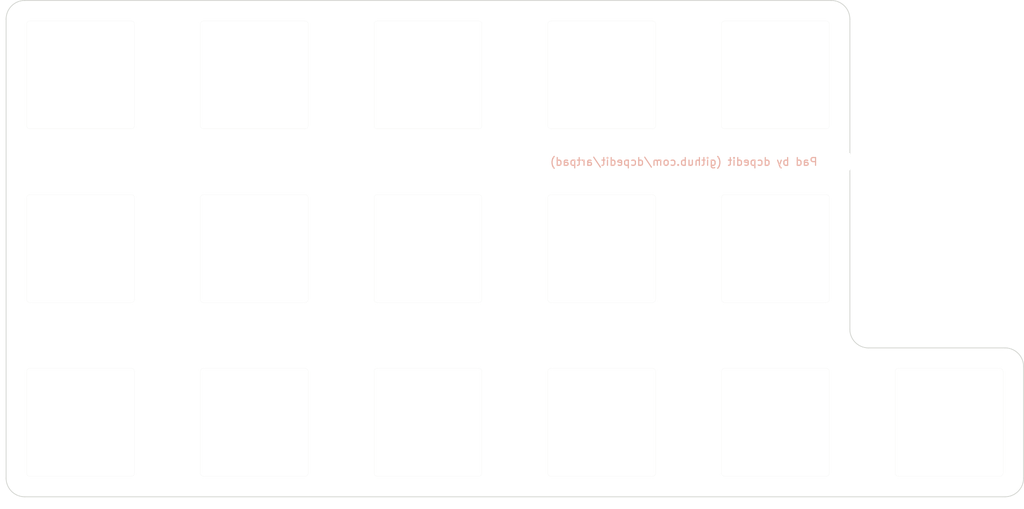
<source format=kicad_pcb>
(kicad_pcb (version 20211014) (generator pcbnew)
  (layers (0 "F.Cu" signal) (31 "B.Cu" signal) (34 "B.Paste" user) (35 "F.Paste" user) (36 "B.SilkS" user "B.Silkscreen") (37 "F.SilkS" user "F.Silkscreen") (38 "B.Mask" user) (39 "F.Mask" user) (44 "Edge.Cuts" user))
  (net 0 "")
  (footprint "Artisan:Choc100" (layer "F.Cu") (at 192.0875 108.74375)
    (fp_text reference "REF**")
    (fp_text value "Choc100")
    (fp_line (start -6.9 -6.5) (end -6.9 6.5) (layer "Edge.Cuts") (width 0.010007))
    (fp_line (start -6.5 -6.9) (end 6.5 -6.9) (layer "Edge.Cuts") (width 0.010007))
    (fp_line (start -6.5 6.9) (end 6.5 6.9) (layer "Edge.Cuts") (width 0.010007))
    (fp_line (start 6.9 -6.5) (end 6.9 6.5) (layer "Edge.Cuts") (width 0.010007))
    (fp_arc (start -6.5 6.9) (mid -6.782842 6.782842) (end -6.9 6.5) (layer "Edge.Cuts") (width 0.010007))
    (fp_arc (start -6.9 -6.5) (mid -6.782842 -6.782842) (end -6.5 -6.9) (layer "Edge.Cuts") (width 0.010007))
    (fp_arc (start 6.9 6.5) (mid 6.782842 6.782842) (end 6.5 6.9) (layer "Edge.Cuts") (width 0.010007))
    (fp_arc (start 6.5 -6.9) (mid 6.782842 -6.782842) (end 6.9 -6.5) (layer "Edge.Cuts") (width 0.010007))
  )
  (footprint "Artisan:Choc100" (layer "F.Cu") (at 147.6375 64.29375)
    (fp_text reference "REF**")
    (fp_text value "Choc100")
    (fp_line (start -6.9 -6.5) (end -6.9 6.5) (layer "Edge.Cuts") (width 0.010007))
    (fp_line (start -6.5 6.9) (end 6.5 6.9) (layer "Edge.Cuts") (width 0.010007))
    (fp_line (start -6.5 -6.9) (end 6.5 -6.9) (layer "Edge.Cuts") (width 0.010007))
    (fp_line (start 6.9 -6.5) (end 6.9 6.5) (layer "Edge.Cuts") (width 0.010007))
    (fp_arc (start -6.9 -6.5) (mid -6.782842 -6.782842) (end -6.5 -6.9) (layer "Edge.Cuts") (width 0.010007))
    (fp_arc (start 6.9 6.5) (mid 6.782842 6.782842) (end 6.5 6.9) (layer "Edge.Cuts") (width 0.010007))
    (fp_arc (start 6.5 -6.9) (mid 6.782842 -6.782842) (end 6.9 -6.5) (layer "Edge.Cuts") (width 0.010007))
    (fp_arc (start -6.5 6.9) (mid -6.782842 6.782842) (end -6.9 6.5) (layer "Edge.Cuts") (width 0.010007))
  )
  (footprint "Artisan:Choc100" (layer "F.Cu") (at 147.6375 86.51875)
    (fp_text reference "REF**")
    (fp_text value "Choc100")
    (fp_line (start 6.9 -6.5) (end 6.9 6.5) (layer "Edge.Cuts") (width 0.010007))
    (fp_line (start -6.5 -6.9) (end 6.5 -6.9) (layer "Edge.Cuts") (width 0.010007))
    (fp_line (start -6.5 6.9) (end 6.5 6.9) (layer "Edge.Cuts") (width 0.010007))
    (fp_line (start -6.9 -6.5) (end -6.9 6.5) (layer "Edge.Cuts") (width 0.010007))
    (fp_arc (start 6.5 -6.9) (mid 6.782842 -6.782842) (end 6.9 -6.5) (layer "Edge.Cuts") (width 0.010007))
    (fp_arc (start -6.9 -6.5) (mid -6.782842 -6.782842) (end -6.5 -6.9) (layer "Edge.Cuts") (width 0.010007))
    (fp_arc (start 6.9 6.5) (mid 6.782842 6.782842) (end 6.5 6.9) (layer "Edge.Cuts") (width 0.010007))
    (fp_arc (start -6.5 6.9) (mid -6.782842 6.782842) (end -6.9 6.5) (layer "Edge.Cuts") (width 0.010007))
  )
  (footprint "Artisan:Choc100" (layer "F.Cu") (at 103.1875 108.74375)
    (fp_text reference "REF**")
    (fp_text value "Choc100")
    (fp_line (start 6.9 -6.5) (end 6.9 6.5) (layer "Edge.Cuts") (width 0.010007))
    (fp_line (start -6.9 -6.5) (end -6.9 6.5) (layer "Edge.Cuts") (width 0.010007))
    (fp_line (start -6.5 6.9) (end 6.5 6.9) (layer "Edge.Cuts") (width 0.010007))
    (fp_line (start -6.5 -6.9) (end 6.5 -6.9) (layer "Edge.Cuts") (width 0.010007))
    (fp_arc (start 6.9 6.5) (mid 6.782842 6.782842) (end 6.5 6.9) (layer "Edge.Cuts") (width 0.010007))
    (fp_arc (start -6.5 6.9) (mid -6.782842 6.782842) (end -6.9 6.5) (layer "Edge.Cuts") (width 0.010007))
    (fp_arc (start -6.9 -6.5) (mid -6.782842 -6.782842) (end -6.5 -6.9) (layer "Edge.Cuts") (width 0.010007))
    (fp_arc (start 6.5 -6.9) (mid 6.782842 -6.782842) (end 6.9 -6.5) (layer "Edge.Cuts") (width 0.010007))
  )
  (footprint "Artisan:Choc100" (layer "F.Cu") (at 169.8625 108.74375)
    (fp_text reference "REF**")
    (fp_text value "Choc100")
    (fp_line (start 6.9 -6.5) (end 6.9 6.5) (layer "Edge.Cuts") (width 0.010007))
    (fp_line (start -6.9 -6.5) (end -6.9 6.5) (layer "Edge.Cuts") (width 0.010007))
    (fp_line (start -6.5 -6.9) (end 6.5 -6.9) (layer "Edge.Cuts") (width 0.010007))
    (fp_line (start -6.5 6.9) (end 6.5 6.9) (layer "Edge.Cuts") (width 0.010007))
    (fp_arc (start -6.9 -6.5) (mid -6.782842 -6.782842) (end -6.5 -6.9) (layer "Edge.Cuts") (width 0.010007))
    (fp_arc (start 6.9 6.5) (mid 6.782842 6.782842) (end 6.5 6.9) (layer "Edge.Cuts") (width 0.010007))
    (fp_arc (start 6.5 -6.9) (mid 6.782842 -6.782842) (end 6.9 -6.5) (layer "Edge.Cuts") (width 0.010007))
    (fp_arc (start -6.5 6.9) (mid -6.782842 6.782842) (end -6.9 6.5) (layer "Edge.Cuts") (width 0.010007))
  )
  (footprint "Artisan:Choc100" (layer "F.Cu") (at 80.9625 64.29375)
    (fp_text reference "REF**")
    (fp_text value "Choc100")
    (fp_line (start -6.5 6.9) (end 6.5 6.9) (layer "Edge.Cuts") (width 0.010007))
    (fp_line (start -6.5 -6.9) (end 6.5 -6.9) (layer "Edge.Cuts") (width 0.010007))
    (fp_line (start -6.9 -6.5) (end -6.9 6.5) (layer "Edge.Cuts") (width 0.010007))
    (fp_line (start 6.9 -6.5) (end 6.9 6.5) (layer "Edge.Cuts") (width 0.010007))
    (fp_arc (start 6.5 -6.9) (mid 6.782842 -6.782842) (end 6.9 -6.5) (layer "Edge.Cuts") (width 0.010007))
    (fp_arc (start 6.9 6.5) (mid 6.782842 6.782842) (end 6.5 6.9) (layer "Edge.Cuts") (width 0.010007))
    (fp_arc (start -6.5 6.9) (mid -6.782842 6.782842) (end -6.9 6.5) (layer "Edge.Cuts") (width 0.010007))
    (fp_arc (start -6.9 -6.5) (mid -6.782842 -6.782842) (end -6.5 -6.9) (layer "Edge.Cuts") (width 0.010007))
  )
  (footprint "Artisan:Choc100" (layer "F.Cu") (at 125.4125 64.29375)
    (fp_text reference "REF**")
    (fp_text value "Choc100")
    (fp_line (start -6.5 6.9) (end 6.5 6.9) (layer "Edge.Cuts") (width 0.010007))
    (fp_line (start -6.5 -6.9) (end 6.5 -6.9) (layer "Edge.Cuts") (width 0.010007))
    (fp_line (start 6.9 -6.5) (end 6.9 6.5) (layer "Edge.Cuts") (width 0.010007))
    (fp_line (start -6.9 -6.5) (end -6.9 6.5) (layer "Edge.Cuts") (width 0.010007))
    (fp_arc (start 6.5 -6.9) (mid 6.782842 -6.782842) (end 6.9 -6.5) (layer "Edge.Cuts") (width 0.010007))
    (fp_arc (start 6.9 6.5) (mid 6.782842 6.782842) (end 6.5 6.9) (layer "Edge.Cuts") (width 0.010007))
    (fp_arc (start -6.9 -6.5) (mid -6.782842 -6.782842) (end -6.5 -6.9) (layer "Edge.Cuts") (width 0.010007))
    (fp_arc (start -6.5 6.9) (mid -6.782842 6.782842) (end -6.9 6.5) (layer "Edge.Cuts") (width 0.010007))
  )
  (footprint "MountingHole:MountingHole_4.5mm" (layer "F.Cu") (at 136.525 59.928125)
    (fp_text reference "H3" hide)
    (fp_text value "MountingHole")
    (pad "" np_thru_hole circle (at 0 0) (size 4.5 4.5) (drill 4.5) (layers *.Cu *.Mask))
  )
  (footprint "MountingHole:MountingHole_4.5mm" (layer "F.Cu") (at 136.525 113.50625)
    (fp_text reference "H4" hide)
    (fp_text value "MountingHole")
    (pad "" np_thru_hole circle (at 0 0) (size 4.5 4.5) (drill 4.5) (layers *.Cu *.Mask))
  )
  (footprint "Artisan:Choc100" (layer "F.Cu") (at 103.1875 64.29375)
    (fp_text reference "REF**")
    (fp_text value "Choc100")
    (fp_line (start 6.9 -6.5) (end 6.9 6.5) (layer "Edge.Cuts") (width 0.010007))
    (fp_line (start -6.5 -6.9) (end 6.5 -6.9) (layer "Edge.Cuts") (width 0.010007))
    (fp_line (start -6.9 -6.5) (end -6.9 6.5) (layer "Edge.Cuts") (width 0.010007))
    (fp_line (start -6.5 6.9) (end 6.5 6.9) (layer "Edge.Cuts") (width 0.010007))
    (fp_arc (start -6.9 -6.5) (mid -6.782842 -6.782842) (end -6.5 -6.9) (layer "Edge.Cuts") (width 0.010007))
    (fp_arc (start 6.5 -6.9) (mid 6.782842 -6.782842) (end 6.9 -6.5) (layer "Edge.Cuts") (width 0.010007))
    (fp_arc (start 6.9 6.5) (mid 6.782842 6.782842) (end 6.5 6.9) (layer "Edge.Cuts") (width 0.010007))
    (fp_arc (start -6.5 6.9) (mid -6.782842 6.782842) (end -6.9 6.5) (layer "Edge.Cuts") (width 0.010007))
  )
  (footprint "MountingHole:MountingHole_4.5mm" (layer "F.Cu") (at 177.403125 75.40625)
    (fp_text reference "H5" hide)
    (fp_text value "MountingHole")
    (pad "" np_thru_hole circle (at 0 0) (size 4.5 4.5) (drill 4.5) (layers *.Cu *.Mask))
  )
  (footprint "MountingHole:MountingHole_4.5mm" (layer "F.Cu") (at 75.803125 97.63125)
    (fp_text reference "H2" hide)
    (fp_text value "MountingHole")
    (pad "" np_thru_hole circle (at 0 0) (size 4.5 4.5) (drill 4.5) (layers *.Cu *.Mask))
  )
  (footprint "Artisan:Choc100" (layer "F.Cu") (at 80.9625 108.74375)
    (fp_text reference "REF**")
    (fp_text value "Choc100")
    (fp_line (start -6.5 -6.9) (end 6.5 -6.9) (layer "Edge.Cuts") (width 0.010007))
    (fp_line (start 6.9 -6.5) (end 6.9 6.5) (layer "Edge.Cuts") (width 0.010007))
    (fp_line (start -6.9 -6.5) (end -6.9 6.5) (layer "Edge.Cuts") (width 0.010007))
    (fp_line (start -6.5 6.9) (end 6.5 6.9) (layer "Edge.Cuts") (width 0.010007))
    (fp_arc (start 6.9 6.5) (mid 6.782842 6.782842) (end 6.5 6.9) (layer "Edge.Cuts") (width 0.010007))
    (fp_arc (start -6.5 6.9) (mid -6.782842 6.782842) (end -6.9 6.5) (layer "Edge.Cuts") (width 0.010007))
    (fp_arc (start -6.9 -6.5) (mid -6.782842 -6.782842) (end -6.5 -6.9) (layer "Edge.Cuts") (width 0.010007))
    (fp_arc (start 6.5 -6.9) (mid 6.782842 -6.782842) (end 6.9 -6.5) (layer "Edge.Cuts") (width 0.010007))
  )
  (footprint "Artisan:Choc100" (layer "F.Cu") (at 169.8625 86.51875)
    (fp_text reference "REF**")
    (fp_text value "Choc100")
    (fp_line (start 6.9 -6.5) (end 6.9 6.5) (layer "Edge.Cuts") (width 0.010007))
    (fp_line (start -6.5 6.9) (end 6.5 6.9) (layer "Edge.Cuts") (width 0.010007))
    (fp_line (start -6.5 -6.9) (end 6.5 -6.9) (layer "Edge.Cuts") (width 0.010007))
    (fp_line (start -6.9 -6.5) (end -6.9 6.5) (layer "Edge.Cuts") (width 0.010007))
    (fp_arc (start -6.5 6.9) (mid -6.782842 6.782842) (end -6.9 6.5) (layer "Edge.Cuts") (width 0.010007))
    (fp_arc (start 6.5 -6.9) (mid 6.782842 -6.782842) (end 6.9 -6.5) (layer "Edge.Cuts") (width 0.010007))
    (fp_arc (start -6.9 -6.5) (mid -6.782842 -6.782842) (end -6.5 -6.9) (layer "Edge.Cuts") (width 0.010007))
    (fp_arc (start 6.9 6.5) (mid 6.782842 6.782842) (end 6.5 6.9) (layer "Edge.Cuts") (width 0.010007))
  )
  (footprint "Artisan:Choc100" (layer "F.Cu") (at 80.9625 86.51875)
    (fp_text reference "REF**")
    (fp_text value "Choc100")
    (fp_line (start -6.5 -6.9) (end 6.5 -6.9) (layer "Edge.Cuts") (width 0.010007))
    (fp_line (start -6.5 6.9) (end 6.5 6.9) (layer "Edge.Cuts") (width 0.010007))
    (fp_line (start -6.9 -6.5) (end -6.9 6.5) (layer "Edge.Cuts") (width 0.010007))
    (fp_line (start 6.9 -6.5) (end 6.9 6.5) (layer "Edge.Cuts") (width 0.010007))
    (fp_arc (start 6.5 -6.9) (mid 6.782842 -6.782842) (end 6.9 -6.5) (layer "Edge.Cuts") (width 0.010007))
    (fp_arc (start -6.9 -6.5) (mid -6.782842 -6.782842) (end -6.5 -6.9) (layer "Edge.Cuts") (width 0.010007))
    (fp_arc (start 6.9 6.5) (mid 6.782842 6.782842) (end 6.5 6.9) (layer "Edge.Cuts") (width 0.010007))
    (fp_arc (start -6.5 6.9) (mid -6.782842 6.782842) (end -6.9 6.5) (layer "Edge.Cuts") (width 0.010007))
  )
  (footprint "Artisan:Choc100" (layer "F.Cu") (at 125.4125 108.74375)
    (fp_text reference "REF**")
    (fp_text value "Choc100")
    (fp_line (start -6.5 -6.9) (end 6.5 -6.9) (layer "Edge.Cuts") (width 0.010007))
    (fp_line (start -6.9 -6.5) (end -6.9 6.5) (layer "Edge.Cuts") (width 0.010007))
    (fp_line (start 6.9 -6.5) (end 6.9 6.5) (layer "Edge.Cuts") (width 0.010007))
    (fp_line (start -6.5 6.9) (end 6.5 6.9) (layer "Edge.Cuts") (width 0.010007))
    (fp_arc (start -6.9 -6.5) (mid -6.782842 -6.782842) (end -6.5 -6.9) (layer "Edge.Cuts") (width 0.010007))
    (fp_arc (start -6.5 6.9) (mid -6.782842 6.782842) (end -6.9 6.5) (layer "Edge.Cuts") (width 0.010007))
    (fp_arc (start 6.9 6.5) (mid 6.782842 6.782842) (end 6.5 6.9) (layer "Edge.Cuts") (width 0.010007))
    (fp_arc (start 6.5 -6.9) (mid 6.782842 -6.782842) (end 6.9 -6.5) (layer "Edge.Cuts") (width 0.010007))
  )
  (footprint "Artisan:Choc100" (layer "F.Cu") (at 125.4125 86.51875)
    (fp_text reference "REF**")
    (fp_text value "Choc100")
    (fp_line (start -6.9 -6.5) (end -6.9 6.5) (layer "Edge.Cuts") (width 0.010007))
    (fp_line (start -6.5 -6.9) (end 6.5 -6.9) (layer "Edge.Cuts") (width 0.010007))
    (fp_line (start 6.9 -6.5) (end 6.9 6.5) (layer "Edge.Cuts") (width 0.010007))
    (fp_line (start -6.5 6.9) (end 6.5 6.9) (layer "Edge.Cuts") (width 0.010007))
    (fp_arc (start -6.5 6.9) (mid -6.782842 6.782842) (end -6.9 6.5) (layer "Edge.Cuts") (width 0.010007))
    (fp_arc (start 6.5 -6.9) (mid 6.782842 -6.782842) (end 6.9 -6.5) (layer "Edge.Cuts") (width 0.010007))
    (fp_arc (start -6.9 -6.5) (mid -6.782842 -6.782842) (end -6.5 -6.9) (layer "Edge.Cuts") (width 0.010007))
    (fp_arc (start 6.9 6.5) (mid 6.782842 6.782842) (end 6.5 6.9) (layer "Edge.Cuts") (width 0.010007))
  )
  (footprint "Artisan:Choc100" (layer "F.Cu") (at 103.1875 86.51875)
    (fp_text reference "REF**")
    (fp_text value "Choc100")
    (fp_line (start -6.9 -6.5) (end -6.9 6.5) (layer "Edge.Cuts") (width 0.010007))
    (fp_line (start -6.5 -6.9) (end 6.5 -6.9) (layer "Edge.Cuts") (width 0.010007))
    (fp_line (start -6.5 6.9) (end 6.5 6.9) (layer "Edge.Cuts") (width 0.010007))
    (fp_line (start 6.9 -6.5) (end 6.9 6.5) (layer "Edge.Cuts") (width 0.010007))
    (fp_arc (start 6.5 -6.9) (mid 6.782842 -6.782842) (end 6.9 -6.5) (layer "Edge.Cuts") (width 0.010007))
    (fp_arc (start -6.9 -6.5) (mid -6.782842 -6.782842) (end -6.5 -6.9) (layer "Edge.Cuts") (width 0.010007))
    (fp_arc (start -6.5 6.9) (mid -6.782842 6.782842) (end -6.9 6.5) (layer "Edge.Cuts") (width 0.010007))
    (fp_arc (start 6.9 6.5) (mid 6.782842 6.782842) (end 6.5 6.9) (layer "Edge.Cuts") (width 0.010007))
  )
  (footprint "MountingHole:MountingHole_4.5mm" (layer "F.Cu") (at 75.803125 75.40625)
    (fp_text reference "H1" hide)
    (fp_text value "MountingHole")
    (pad "" np_thru_hole circle (at 0 0) (size 4.5 4.5) (drill 4.5) (layers *.Cu *.Mask))
  )
  (footprint "Artisan:Choc100" (layer "F.Cu") (at 147.6375 108.74375)
    (fp_text reference "REF**")
    (fp_text value "Choc100")
    (fp_line (start -6.5 -6.9) (end 6.5 -6.9) (layer "Edge.Cuts") (width 0.010007))
    (fp_line (start 6.9 -6.5) (end 6.9 6.5) (layer "Edge.Cuts") (width 0.010007))
    (fp_line (start -6.5 6.9) (end 6.5 6.9) (layer "Edge.Cuts") (width 0.010007))
    (fp_line (start -6.9 -6.5) (end -6.9 6.5) (layer "Edge.Cuts") (width 0.010007))
    (fp_arc (start 6.5 -6.9) (mid 6.782842 -6.782842) (end 6.9 -6.5) (layer "Edge.Cuts") (width 0.010007))
    (fp_arc (start -6.9 -6.5) (mid -6.782842 -6.782842) (end -6.5 -6.9) (layer "Edge.Cuts") (width 0.010007))
    (fp_arc (start 6.9 6.5) (mid 6.782842 6.782842) (end 6.5 6.9) (layer "Edge.Cuts") (width 0.010007))
    (fp_arc (start -6.5 6.9) (mid -6.782842 6.782842) (end -6.9 6.5) (layer "Edge.Cuts") (width 0.010007))
  )
  (footprint "Artisan:Choc100" (layer "F.Cu") (at 169.8625 64.29375)
    (fp_text reference "REF**")
    (fp_text value "Choc100")
    (fp_line (start -6.5 6.9) (end 6.5 6.9) (layer "Edge.Cuts") (width 0.010007))
    (fp_line (start 6.9 -6.5) (end 6.9 6.5) (layer "Edge.Cuts") (width 0.010007))
    (fp_line (start -6.9 -6.5) (end -6.9 6.5) (layer "Edge.Cuts") (width 0.010007))
    (fp_line (start -6.5 -6.9) (end 6.5 -6.9) (layer "Edge.Cuts") (width 0.010007))
    (fp_arc (start 6.9 6.5) (mid 6.782842 6.782842) (end 6.5 6.9) (layer "Edge.Cuts") (width 0.010007))
    (fp_arc (start 6.5 -6.9) (mid 6.782842 -6.782842) (end 6.9 -6.5) (layer "Edge.Cuts") (width 0.010007))
    (fp_arc (start -6.5 6.9) (mid -6.782842 6.782842) (end -6.9 6.5) (layer "Edge.Cuts") (width 0.010007))
    (fp_arc (start -6.9 -6.5) (mid -6.782842 -6.782842) (end -6.5 -6.9) (layer "Edge.Cuts") (width 0.010007))
  )
  (gr_line (start 179.3875 96.8375) (end 179.3875 57.15) (layer "Edge.Cuts") (width 0.1))
  (gr_line (start 73.81875 54.76875) (end 177.00625 54.76875) (layer "Edge.Cuts") (width 0.1))
  (gr_line (start 199.23125 118.26875) (end 73.81875 118.26875) (layer "Edge.Cuts") (width 0.1))
  (gr_line (start 71.4375 57.15) (end 71.4375 115.8875) (layer "Edge.Cuts") (width 0.1))
  (gr_arc (start 181.76875 99.21875) (mid 180.084952 98.521298) (end 179.3875 96.8375) (layer "Edge.Cuts") (width 0.1))
  (gr_arc (start 177.00625 54.76875) (mid 178.690048 55.466202) (end 179.3875 57.15) (layer "Edge.Cuts") (width 0.1))
  (gr_line (start 201.6125 101.6) (end 201.6125 115.8875) (layer "Edge.Cuts") (width 0.1))
  (gr_arc (start 201.6125 115.8875) (mid 200.915048 117.571298) (end 199.23125 118.26875) (layer "Edge.Cuts") (width 0.1))
  (gr_line (start 199.23125 99.21875) (end 181.76875 99.21875) (layer "Edge.Cuts") (width 0.1))
  (gr_arc (start 73.81875 118.26875) (mid 72.134952 117.571298) (end 71.4375 115.8875) (layer "Edge.Cuts") (width 0.1))
  (gr_arc (start 71.4375 57.15) (mid 72.134952 55.466202) (end 73.81875 54.76875) (layer "Edge.Cuts") (width 0.1))
  (gr_arc (start 199.23125 99.21875) (mid 200.915048 99.916202) (end 201.6125 101.6) (layer "Edge.Cuts") (width 0.1))
  (gr_text "Art Pad by dcpedit (github.com/dcpedit/artpad)" (at 159.54375 75.40625) (layer "B.SilkS") (effects (font (size 1 1)) (justify mirror)))
)
</source>
